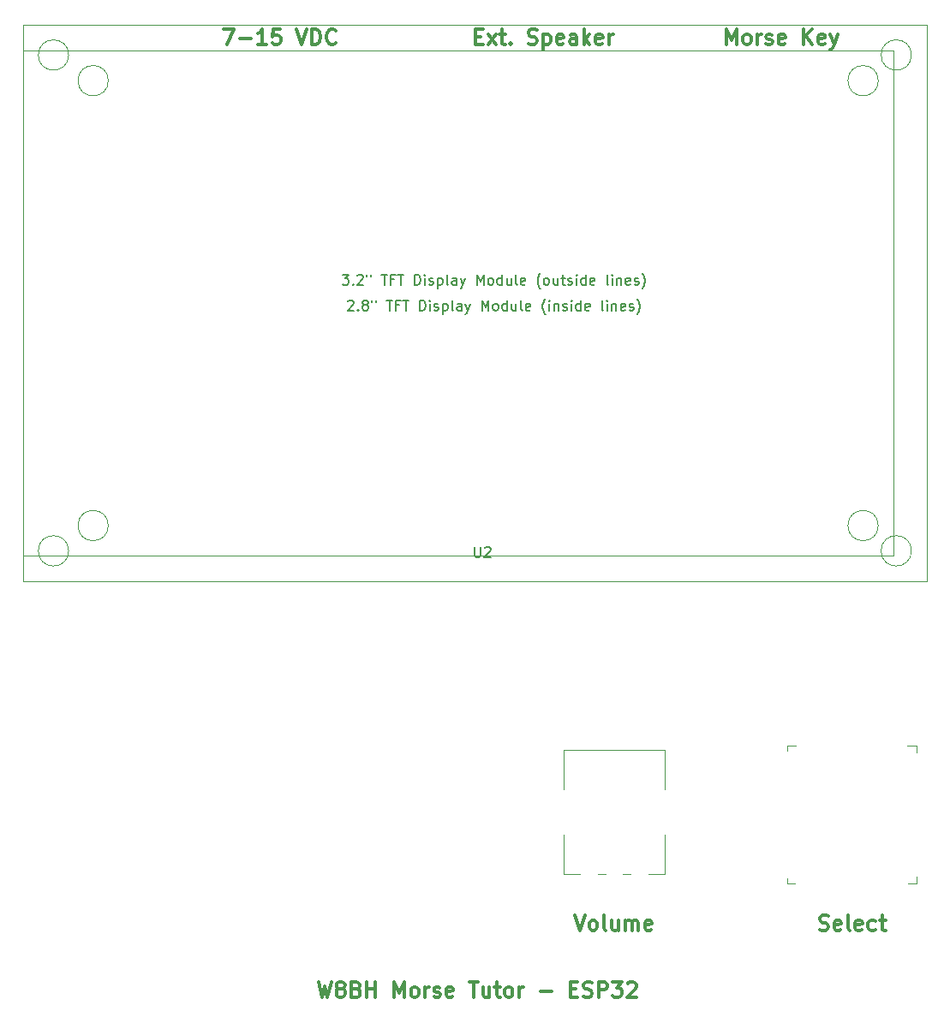
<source format=gbr>
G04 #@! TF.GenerationSoftware,KiCad,Pcbnew,(5.1.4)-1*
G04 #@! TF.CreationDate,2019-11-03T17:56:11-05:00*
G04 #@! TF.ProjectId,MorseTutor4,4d6f7273-6554-4757-946f-72342e6b6963,rev?*
G04 #@! TF.SameCoordinates,Original*
G04 #@! TF.FileFunction,Legend,Top*
G04 #@! TF.FilePolarity,Positive*
%FSLAX46Y46*%
G04 Gerber Fmt 4.6, Leading zero omitted, Abs format (unit mm)*
G04 Created by KiCad (PCBNEW (5.1.4)-1) date 2019-11-03 17:56:11*
%MOMM*%
%LPD*%
G04 APERTURE LIST*
%ADD10C,0.300000*%
%ADD11C,0.100000*%
%ADD12C,0.120000*%
%ADD13C,0.150000*%
G04 APERTURE END LIST*
D10*
X54908571Y-30448571D02*
X55908571Y-30448571D01*
X55265714Y-31948571D01*
X56480000Y-31377142D02*
X57622857Y-31377142D01*
X59122857Y-31948571D02*
X58265714Y-31948571D01*
X58694285Y-31948571D02*
X58694285Y-30448571D01*
X58551428Y-30662857D01*
X58408571Y-30805714D01*
X58265714Y-30877142D01*
X60480000Y-30448571D02*
X59765714Y-30448571D01*
X59694285Y-31162857D01*
X59765714Y-31091428D01*
X59908571Y-31020000D01*
X60265714Y-31020000D01*
X60408571Y-31091428D01*
X60480000Y-31162857D01*
X60551428Y-31305714D01*
X60551428Y-31662857D01*
X60480000Y-31805714D01*
X60408571Y-31877142D01*
X60265714Y-31948571D01*
X59908571Y-31948571D01*
X59765714Y-31877142D01*
X59694285Y-31805714D01*
X62122857Y-30448571D02*
X62622857Y-31948571D01*
X63122857Y-30448571D01*
X63622857Y-31948571D02*
X63622857Y-30448571D01*
X63980000Y-30448571D01*
X64194285Y-30520000D01*
X64337142Y-30662857D01*
X64408571Y-30805714D01*
X64480000Y-31091428D01*
X64480000Y-31305714D01*
X64408571Y-31591428D01*
X64337142Y-31734285D01*
X64194285Y-31877142D01*
X63980000Y-31948571D01*
X63622857Y-31948571D01*
X65980000Y-31805714D02*
X65908571Y-31877142D01*
X65694285Y-31948571D01*
X65551428Y-31948571D01*
X65337142Y-31877142D01*
X65194285Y-31734285D01*
X65122857Y-31591428D01*
X65051428Y-31305714D01*
X65051428Y-31091428D01*
X65122857Y-30805714D01*
X65194285Y-30662857D01*
X65337142Y-30520000D01*
X65551428Y-30448571D01*
X65694285Y-30448571D01*
X65908571Y-30520000D01*
X65980000Y-30591428D01*
X104581428Y-31948571D02*
X104581428Y-30448571D01*
X105081428Y-31520000D01*
X105581428Y-30448571D01*
X105581428Y-31948571D01*
X106510000Y-31948571D02*
X106367142Y-31877142D01*
X106295714Y-31805714D01*
X106224285Y-31662857D01*
X106224285Y-31234285D01*
X106295714Y-31091428D01*
X106367142Y-31020000D01*
X106510000Y-30948571D01*
X106724285Y-30948571D01*
X106867142Y-31020000D01*
X106938571Y-31091428D01*
X107010000Y-31234285D01*
X107010000Y-31662857D01*
X106938571Y-31805714D01*
X106867142Y-31877142D01*
X106724285Y-31948571D01*
X106510000Y-31948571D01*
X107652857Y-31948571D02*
X107652857Y-30948571D01*
X107652857Y-31234285D02*
X107724285Y-31091428D01*
X107795714Y-31020000D01*
X107938571Y-30948571D01*
X108081428Y-30948571D01*
X108510000Y-31877142D02*
X108652857Y-31948571D01*
X108938571Y-31948571D01*
X109081428Y-31877142D01*
X109152857Y-31734285D01*
X109152857Y-31662857D01*
X109081428Y-31520000D01*
X108938571Y-31448571D01*
X108724285Y-31448571D01*
X108581428Y-31377142D01*
X108510000Y-31234285D01*
X108510000Y-31162857D01*
X108581428Y-31020000D01*
X108724285Y-30948571D01*
X108938571Y-30948571D01*
X109081428Y-31020000D01*
X110367142Y-31877142D02*
X110224285Y-31948571D01*
X109938571Y-31948571D01*
X109795714Y-31877142D01*
X109724285Y-31734285D01*
X109724285Y-31162857D01*
X109795714Y-31020000D01*
X109938571Y-30948571D01*
X110224285Y-30948571D01*
X110367142Y-31020000D01*
X110438571Y-31162857D01*
X110438571Y-31305714D01*
X109724285Y-31448571D01*
X112224285Y-31948571D02*
X112224285Y-30448571D01*
X113081428Y-31948571D02*
X112438571Y-31091428D01*
X113081428Y-30448571D02*
X112224285Y-31305714D01*
X114295714Y-31877142D02*
X114152857Y-31948571D01*
X113867142Y-31948571D01*
X113724285Y-31877142D01*
X113652857Y-31734285D01*
X113652857Y-31162857D01*
X113724285Y-31020000D01*
X113867142Y-30948571D01*
X114152857Y-30948571D01*
X114295714Y-31020000D01*
X114367142Y-31162857D01*
X114367142Y-31305714D01*
X113652857Y-31448571D01*
X114867142Y-30948571D02*
X115224285Y-31948571D01*
X115581428Y-30948571D02*
X115224285Y-31948571D01*
X115081428Y-32305714D01*
X115010000Y-32377142D01*
X114867142Y-32448571D01*
X79800714Y-31162857D02*
X80300714Y-31162857D01*
X80515000Y-31948571D02*
X79800714Y-31948571D01*
X79800714Y-30448571D01*
X80515000Y-30448571D01*
X81015000Y-31948571D02*
X81800714Y-30948571D01*
X81015000Y-30948571D02*
X81800714Y-31948571D01*
X82157857Y-30948571D02*
X82729285Y-30948571D01*
X82372142Y-30448571D02*
X82372142Y-31734285D01*
X82443571Y-31877142D01*
X82586428Y-31948571D01*
X82729285Y-31948571D01*
X83229285Y-31805714D02*
X83300714Y-31877142D01*
X83229285Y-31948571D01*
X83157857Y-31877142D01*
X83229285Y-31805714D01*
X83229285Y-31948571D01*
X85015000Y-31877142D02*
X85229285Y-31948571D01*
X85586428Y-31948571D01*
X85729285Y-31877142D01*
X85800714Y-31805714D01*
X85872142Y-31662857D01*
X85872142Y-31520000D01*
X85800714Y-31377142D01*
X85729285Y-31305714D01*
X85586428Y-31234285D01*
X85300714Y-31162857D01*
X85157857Y-31091428D01*
X85086428Y-31020000D01*
X85015000Y-30877142D01*
X85015000Y-30734285D01*
X85086428Y-30591428D01*
X85157857Y-30520000D01*
X85300714Y-30448571D01*
X85657857Y-30448571D01*
X85872142Y-30520000D01*
X86515000Y-30948571D02*
X86515000Y-32448571D01*
X86515000Y-31020000D02*
X86657857Y-30948571D01*
X86943571Y-30948571D01*
X87086428Y-31020000D01*
X87157857Y-31091428D01*
X87229285Y-31234285D01*
X87229285Y-31662857D01*
X87157857Y-31805714D01*
X87086428Y-31877142D01*
X86943571Y-31948571D01*
X86657857Y-31948571D01*
X86515000Y-31877142D01*
X88443571Y-31877142D02*
X88300714Y-31948571D01*
X88015000Y-31948571D01*
X87872142Y-31877142D01*
X87800714Y-31734285D01*
X87800714Y-31162857D01*
X87872142Y-31020000D01*
X88015000Y-30948571D01*
X88300714Y-30948571D01*
X88443571Y-31020000D01*
X88515000Y-31162857D01*
X88515000Y-31305714D01*
X87800714Y-31448571D01*
X89800714Y-31948571D02*
X89800714Y-31162857D01*
X89729285Y-31020000D01*
X89586428Y-30948571D01*
X89300714Y-30948571D01*
X89157857Y-31020000D01*
X89800714Y-31877142D02*
X89657857Y-31948571D01*
X89300714Y-31948571D01*
X89157857Y-31877142D01*
X89086428Y-31734285D01*
X89086428Y-31591428D01*
X89157857Y-31448571D01*
X89300714Y-31377142D01*
X89657857Y-31377142D01*
X89800714Y-31305714D01*
X90515000Y-31948571D02*
X90515000Y-30448571D01*
X90657857Y-31377142D02*
X91086428Y-31948571D01*
X91086428Y-30948571D02*
X90515000Y-31520000D01*
X92300714Y-31877142D02*
X92157857Y-31948571D01*
X91872142Y-31948571D01*
X91729285Y-31877142D01*
X91657857Y-31734285D01*
X91657857Y-31162857D01*
X91729285Y-31020000D01*
X91872142Y-30948571D01*
X92157857Y-30948571D01*
X92300714Y-31020000D01*
X92372142Y-31162857D01*
X92372142Y-31305714D01*
X91657857Y-31448571D01*
X93015000Y-31948571D02*
X93015000Y-30948571D01*
X93015000Y-31234285D02*
X93086428Y-31091428D01*
X93157857Y-31020000D01*
X93300714Y-30948571D01*
X93443571Y-30948571D01*
X64250000Y-124678571D02*
X64607142Y-126178571D01*
X64892857Y-125107142D01*
X65178571Y-126178571D01*
X65535714Y-124678571D01*
X66321428Y-125321428D02*
X66178571Y-125250000D01*
X66107142Y-125178571D01*
X66035714Y-125035714D01*
X66035714Y-124964285D01*
X66107142Y-124821428D01*
X66178571Y-124750000D01*
X66321428Y-124678571D01*
X66607142Y-124678571D01*
X66750000Y-124750000D01*
X66821428Y-124821428D01*
X66892857Y-124964285D01*
X66892857Y-125035714D01*
X66821428Y-125178571D01*
X66750000Y-125250000D01*
X66607142Y-125321428D01*
X66321428Y-125321428D01*
X66178571Y-125392857D01*
X66107142Y-125464285D01*
X66035714Y-125607142D01*
X66035714Y-125892857D01*
X66107142Y-126035714D01*
X66178571Y-126107142D01*
X66321428Y-126178571D01*
X66607142Y-126178571D01*
X66750000Y-126107142D01*
X66821428Y-126035714D01*
X66892857Y-125892857D01*
X66892857Y-125607142D01*
X66821428Y-125464285D01*
X66750000Y-125392857D01*
X66607142Y-125321428D01*
X68035714Y-125392857D02*
X68250000Y-125464285D01*
X68321428Y-125535714D01*
X68392857Y-125678571D01*
X68392857Y-125892857D01*
X68321428Y-126035714D01*
X68250000Y-126107142D01*
X68107142Y-126178571D01*
X67535714Y-126178571D01*
X67535714Y-124678571D01*
X68035714Y-124678571D01*
X68178571Y-124750000D01*
X68250000Y-124821428D01*
X68321428Y-124964285D01*
X68321428Y-125107142D01*
X68250000Y-125250000D01*
X68178571Y-125321428D01*
X68035714Y-125392857D01*
X67535714Y-125392857D01*
X69035714Y-126178571D02*
X69035714Y-124678571D01*
X69035714Y-125392857D02*
X69892857Y-125392857D01*
X69892857Y-126178571D02*
X69892857Y-124678571D01*
X71750000Y-126178571D02*
X71750000Y-124678571D01*
X72250000Y-125750000D01*
X72750000Y-124678571D01*
X72750000Y-126178571D01*
X73678571Y-126178571D02*
X73535714Y-126107142D01*
X73464285Y-126035714D01*
X73392857Y-125892857D01*
X73392857Y-125464285D01*
X73464285Y-125321428D01*
X73535714Y-125250000D01*
X73678571Y-125178571D01*
X73892857Y-125178571D01*
X74035714Y-125250000D01*
X74107142Y-125321428D01*
X74178571Y-125464285D01*
X74178571Y-125892857D01*
X74107142Y-126035714D01*
X74035714Y-126107142D01*
X73892857Y-126178571D01*
X73678571Y-126178571D01*
X74821428Y-126178571D02*
X74821428Y-125178571D01*
X74821428Y-125464285D02*
X74892857Y-125321428D01*
X74964285Y-125250000D01*
X75107142Y-125178571D01*
X75250000Y-125178571D01*
X75678571Y-126107142D02*
X75821428Y-126178571D01*
X76107142Y-126178571D01*
X76250000Y-126107142D01*
X76321428Y-125964285D01*
X76321428Y-125892857D01*
X76250000Y-125750000D01*
X76107142Y-125678571D01*
X75892857Y-125678571D01*
X75750000Y-125607142D01*
X75678571Y-125464285D01*
X75678571Y-125392857D01*
X75750000Y-125250000D01*
X75892857Y-125178571D01*
X76107142Y-125178571D01*
X76250000Y-125250000D01*
X77535714Y-126107142D02*
X77392857Y-126178571D01*
X77107142Y-126178571D01*
X76964285Y-126107142D01*
X76892857Y-125964285D01*
X76892857Y-125392857D01*
X76964285Y-125250000D01*
X77107142Y-125178571D01*
X77392857Y-125178571D01*
X77535714Y-125250000D01*
X77607142Y-125392857D01*
X77607142Y-125535714D01*
X76892857Y-125678571D01*
X79178571Y-124678571D02*
X80035714Y-124678571D01*
X79607142Y-126178571D02*
X79607142Y-124678571D01*
X81178571Y-125178571D02*
X81178571Y-126178571D01*
X80535714Y-125178571D02*
X80535714Y-125964285D01*
X80607142Y-126107142D01*
X80750000Y-126178571D01*
X80964285Y-126178571D01*
X81107142Y-126107142D01*
X81178571Y-126035714D01*
X81678571Y-125178571D02*
X82250000Y-125178571D01*
X81892857Y-124678571D02*
X81892857Y-125964285D01*
X81964285Y-126107142D01*
X82107142Y-126178571D01*
X82250000Y-126178571D01*
X82964285Y-126178571D02*
X82821428Y-126107142D01*
X82750000Y-126035714D01*
X82678571Y-125892857D01*
X82678571Y-125464285D01*
X82750000Y-125321428D01*
X82821428Y-125250000D01*
X82964285Y-125178571D01*
X83178571Y-125178571D01*
X83321428Y-125250000D01*
X83392857Y-125321428D01*
X83464285Y-125464285D01*
X83464285Y-125892857D01*
X83392857Y-126035714D01*
X83321428Y-126107142D01*
X83178571Y-126178571D01*
X82964285Y-126178571D01*
X84107142Y-126178571D02*
X84107142Y-125178571D01*
X84107142Y-125464285D02*
X84178571Y-125321428D01*
X84250000Y-125250000D01*
X84392857Y-125178571D01*
X84535714Y-125178571D01*
X86178571Y-125607142D02*
X87321428Y-125607142D01*
X89178571Y-125392857D02*
X89678571Y-125392857D01*
X89892857Y-126178571D02*
X89178571Y-126178571D01*
X89178571Y-124678571D01*
X89892857Y-124678571D01*
X90464285Y-126107142D02*
X90678571Y-126178571D01*
X91035714Y-126178571D01*
X91178571Y-126107142D01*
X91250000Y-126035714D01*
X91321428Y-125892857D01*
X91321428Y-125750000D01*
X91250000Y-125607142D01*
X91178571Y-125535714D01*
X91035714Y-125464285D01*
X90750000Y-125392857D01*
X90607142Y-125321428D01*
X90535714Y-125250000D01*
X90464285Y-125107142D01*
X90464285Y-124964285D01*
X90535714Y-124821428D01*
X90607142Y-124750000D01*
X90750000Y-124678571D01*
X91107142Y-124678571D01*
X91321428Y-124750000D01*
X91964285Y-126178571D02*
X91964285Y-124678571D01*
X92535714Y-124678571D01*
X92678571Y-124750000D01*
X92750000Y-124821428D01*
X92821428Y-124964285D01*
X92821428Y-125178571D01*
X92750000Y-125321428D01*
X92678571Y-125392857D01*
X92535714Y-125464285D01*
X91964285Y-125464285D01*
X93321428Y-124678571D02*
X94250000Y-124678571D01*
X93750000Y-125250000D01*
X93964285Y-125250000D01*
X94107142Y-125321428D01*
X94178571Y-125392857D01*
X94250000Y-125535714D01*
X94250000Y-125892857D01*
X94178571Y-126035714D01*
X94107142Y-126107142D01*
X93964285Y-126178571D01*
X93535714Y-126178571D01*
X93392857Y-126107142D01*
X93321428Y-126035714D01*
X94821428Y-124821428D02*
X94892857Y-124750000D01*
X95035714Y-124678571D01*
X95392857Y-124678571D01*
X95535714Y-124750000D01*
X95607142Y-124821428D01*
X95678571Y-124964285D01*
X95678571Y-125107142D01*
X95607142Y-125321428D01*
X94750000Y-126178571D01*
X95678571Y-126178571D01*
D11*
X119600000Y-35540000D02*
G75*
G03X119600000Y-35540000I-1500000J0D01*
G01*
X43500000Y-35540000D02*
G75*
G03X43500000Y-35540000I-1500000J0D01*
G01*
X35080000Y-32540000D02*
X121080000Y-32540000D01*
X43500000Y-79540000D02*
G75*
G03X43500000Y-79540000I-1500000J0D01*
G01*
X35080000Y-82540000D02*
X35080000Y-32540000D01*
X119600000Y-79540000D02*
G75*
G03X119600000Y-79540000I-1500000J0D01*
G01*
X121080000Y-32540000D02*
X121080000Y-82540000D01*
X121080000Y-82540000D02*
X35080000Y-82540000D01*
X35080000Y-30000000D02*
X124380000Y-30000000D01*
X124380000Y-30000000D02*
X124380000Y-85040000D01*
X122880000Y-82040000D02*
G75*
G03X122880000Y-82040000I-1500000J0D01*
G01*
X122880000Y-33000000D02*
G75*
G03X122880000Y-33000000I-1500000J0D01*
G01*
X39580000Y-82040000D02*
G75*
G03X39580000Y-82040000I-1500000J0D01*
G01*
X35080000Y-85040000D02*
X35080000Y-30000000D01*
X124380000Y-85040000D02*
X35080000Y-85040000D01*
X39580000Y-33000000D02*
G75*
G03X39580000Y-33000000I-1500000J0D01*
G01*
D12*
X88530000Y-113990000D02*
X88530000Y-110125000D01*
X88530000Y-105615000D02*
X88530000Y-101750000D01*
X98470000Y-113990000D02*
X98470000Y-110125000D01*
X98470000Y-105615000D02*
X98470000Y-101750000D01*
X88530000Y-113990000D02*
X90129000Y-113990000D01*
X91871000Y-113990000D02*
X92630000Y-113990000D01*
X94371000Y-113990000D02*
X95130000Y-113990000D01*
X96870000Y-113990000D02*
X98470000Y-113990000D01*
X88530000Y-101750000D02*
X98470000Y-101750000D01*
D11*
X122435000Y-101280000D02*
X123385000Y-101280000D01*
X123385000Y-101280000D02*
X123385000Y-101955000D01*
X122535000Y-114930000D02*
X123385000Y-114930000D01*
X123385000Y-114930000D02*
X123385000Y-114255000D01*
X110635000Y-101855000D02*
X110635000Y-101280000D01*
X110635000Y-101280000D02*
X111435000Y-101280000D01*
X111335000Y-114930000D02*
X110635000Y-114930000D01*
X110635000Y-114930000D02*
X110635000Y-114430000D01*
D13*
X79718095Y-81652380D02*
X79718095Y-82461904D01*
X79765714Y-82557142D01*
X79813333Y-82604761D01*
X79908571Y-82652380D01*
X80099047Y-82652380D01*
X80194285Y-82604761D01*
X80241904Y-82557142D01*
X80289523Y-82461904D01*
X80289523Y-81652380D01*
X80718095Y-81747619D02*
X80765714Y-81700000D01*
X80860952Y-81652380D01*
X81099047Y-81652380D01*
X81194285Y-81700000D01*
X81241904Y-81747619D01*
X81289523Y-81842857D01*
X81289523Y-81938095D01*
X81241904Y-82080952D01*
X80670476Y-82652380D01*
X81289523Y-82652380D01*
X67186619Y-57360619D02*
X67234238Y-57313000D01*
X67329476Y-57265380D01*
X67567571Y-57265380D01*
X67662809Y-57313000D01*
X67710428Y-57360619D01*
X67758047Y-57455857D01*
X67758047Y-57551095D01*
X67710428Y-57693952D01*
X67139000Y-58265380D01*
X67758047Y-58265380D01*
X68186619Y-58170142D02*
X68234238Y-58217761D01*
X68186619Y-58265380D01*
X68139000Y-58217761D01*
X68186619Y-58170142D01*
X68186619Y-58265380D01*
X68805666Y-57693952D02*
X68710428Y-57646333D01*
X68662809Y-57598714D01*
X68615190Y-57503476D01*
X68615190Y-57455857D01*
X68662809Y-57360619D01*
X68710428Y-57313000D01*
X68805666Y-57265380D01*
X68996142Y-57265380D01*
X69091380Y-57313000D01*
X69139000Y-57360619D01*
X69186619Y-57455857D01*
X69186619Y-57503476D01*
X69139000Y-57598714D01*
X69091380Y-57646333D01*
X68996142Y-57693952D01*
X68805666Y-57693952D01*
X68710428Y-57741571D01*
X68662809Y-57789190D01*
X68615190Y-57884428D01*
X68615190Y-58074904D01*
X68662809Y-58170142D01*
X68710428Y-58217761D01*
X68805666Y-58265380D01*
X68996142Y-58265380D01*
X69091380Y-58217761D01*
X69139000Y-58170142D01*
X69186619Y-58074904D01*
X69186619Y-57884428D01*
X69139000Y-57789190D01*
X69091380Y-57741571D01*
X68996142Y-57693952D01*
X69567571Y-57265380D02*
X69567571Y-57455857D01*
X69948523Y-57265380D02*
X69948523Y-57455857D01*
X70996142Y-57265380D02*
X71567571Y-57265380D01*
X71281857Y-58265380D02*
X71281857Y-57265380D01*
X72234238Y-57741571D02*
X71900904Y-57741571D01*
X71900904Y-58265380D02*
X71900904Y-57265380D01*
X72377095Y-57265380D01*
X72615190Y-57265380D02*
X73186619Y-57265380D01*
X72900904Y-58265380D02*
X72900904Y-57265380D01*
X74281857Y-58265380D02*
X74281857Y-57265380D01*
X74519952Y-57265380D01*
X74662809Y-57313000D01*
X74758047Y-57408238D01*
X74805666Y-57503476D01*
X74853285Y-57693952D01*
X74853285Y-57836809D01*
X74805666Y-58027285D01*
X74758047Y-58122523D01*
X74662809Y-58217761D01*
X74519952Y-58265380D01*
X74281857Y-58265380D01*
X75281857Y-58265380D02*
X75281857Y-57598714D01*
X75281857Y-57265380D02*
X75234238Y-57313000D01*
X75281857Y-57360619D01*
X75329476Y-57313000D01*
X75281857Y-57265380D01*
X75281857Y-57360619D01*
X75710428Y-58217761D02*
X75805666Y-58265380D01*
X75996142Y-58265380D01*
X76091380Y-58217761D01*
X76139000Y-58122523D01*
X76139000Y-58074904D01*
X76091380Y-57979666D01*
X75996142Y-57932047D01*
X75853285Y-57932047D01*
X75758047Y-57884428D01*
X75710428Y-57789190D01*
X75710428Y-57741571D01*
X75758047Y-57646333D01*
X75853285Y-57598714D01*
X75996142Y-57598714D01*
X76091380Y-57646333D01*
X76567571Y-57598714D02*
X76567571Y-58598714D01*
X76567571Y-57646333D02*
X76662809Y-57598714D01*
X76853285Y-57598714D01*
X76948523Y-57646333D01*
X76996142Y-57693952D01*
X77043761Y-57789190D01*
X77043761Y-58074904D01*
X76996142Y-58170142D01*
X76948523Y-58217761D01*
X76853285Y-58265380D01*
X76662809Y-58265380D01*
X76567571Y-58217761D01*
X77615190Y-58265380D02*
X77519952Y-58217761D01*
X77472333Y-58122523D01*
X77472333Y-57265380D01*
X78424714Y-58265380D02*
X78424714Y-57741571D01*
X78377095Y-57646333D01*
X78281857Y-57598714D01*
X78091380Y-57598714D01*
X77996142Y-57646333D01*
X78424714Y-58217761D02*
X78329476Y-58265380D01*
X78091380Y-58265380D01*
X77996142Y-58217761D01*
X77948523Y-58122523D01*
X77948523Y-58027285D01*
X77996142Y-57932047D01*
X78091380Y-57884428D01*
X78329476Y-57884428D01*
X78424714Y-57836809D01*
X78805666Y-57598714D02*
X79043761Y-58265380D01*
X79281857Y-57598714D02*
X79043761Y-58265380D01*
X78948523Y-58503476D01*
X78900904Y-58551095D01*
X78805666Y-58598714D01*
X80424714Y-58265380D02*
X80424714Y-57265380D01*
X80758047Y-57979666D01*
X81091380Y-57265380D01*
X81091380Y-58265380D01*
X81710428Y-58265380D02*
X81615190Y-58217761D01*
X81567571Y-58170142D01*
X81519952Y-58074904D01*
X81519952Y-57789190D01*
X81567571Y-57693952D01*
X81615190Y-57646333D01*
X81710428Y-57598714D01*
X81853285Y-57598714D01*
X81948523Y-57646333D01*
X81996142Y-57693952D01*
X82043761Y-57789190D01*
X82043761Y-58074904D01*
X81996142Y-58170142D01*
X81948523Y-58217761D01*
X81853285Y-58265380D01*
X81710428Y-58265380D01*
X82900904Y-58265380D02*
X82900904Y-57265380D01*
X82900904Y-58217761D02*
X82805666Y-58265380D01*
X82615190Y-58265380D01*
X82519952Y-58217761D01*
X82472333Y-58170142D01*
X82424714Y-58074904D01*
X82424714Y-57789190D01*
X82472333Y-57693952D01*
X82519952Y-57646333D01*
X82615190Y-57598714D01*
X82805666Y-57598714D01*
X82900904Y-57646333D01*
X83805666Y-57598714D02*
X83805666Y-58265380D01*
X83377095Y-57598714D02*
X83377095Y-58122523D01*
X83424714Y-58217761D01*
X83519952Y-58265380D01*
X83662809Y-58265380D01*
X83758047Y-58217761D01*
X83805666Y-58170142D01*
X84424714Y-58265380D02*
X84329476Y-58217761D01*
X84281857Y-58122523D01*
X84281857Y-57265380D01*
X85186619Y-58217761D02*
X85091380Y-58265380D01*
X84900904Y-58265380D01*
X84805666Y-58217761D01*
X84758047Y-58122523D01*
X84758047Y-57741571D01*
X84805666Y-57646333D01*
X84900904Y-57598714D01*
X85091380Y-57598714D01*
X85186619Y-57646333D01*
X85234238Y-57741571D01*
X85234238Y-57836809D01*
X84758047Y-57932047D01*
X86710428Y-58646333D02*
X86662809Y-58598714D01*
X86567571Y-58455857D01*
X86519952Y-58360619D01*
X86472333Y-58217761D01*
X86424714Y-57979666D01*
X86424714Y-57789190D01*
X86472333Y-57551095D01*
X86519952Y-57408238D01*
X86567571Y-57313000D01*
X86662809Y-57170142D01*
X86710428Y-57122523D01*
X87091380Y-58265380D02*
X87091380Y-57598714D01*
X87091380Y-57265380D02*
X87043761Y-57313000D01*
X87091380Y-57360619D01*
X87139000Y-57313000D01*
X87091380Y-57265380D01*
X87091380Y-57360619D01*
X87567571Y-57598714D02*
X87567571Y-58265380D01*
X87567571Y-57693952D02*
X87615190Y-57646333D01*
X87710428Y-57598714D01*
X87853285Y-57598714D01*
X87948523Y-57646333D01*
X87996142Y-57741571D01*
X87996142Y-58265380D01*
X88424714Y-58217761D02*
X88519952Y-58265380D01*
X88710428Y-58265380D01*
X88805666Y-58217761D01*
X88853285Y-58122523D01*
X88853285Y-58074904D01*
X88805666Y-57979666D01*
X88710428Y-57932047D01*
X88567571Y-57932047D01*
X88472333Y-57884428D01*
X88424714Y-57789190D01*
X88424714Y-57741571D01*
X88472333Y-57646333D01*
X88567571Y-57598714D01*
X88710428Y-57598714D01*
X88805666Y-57646333D01*
X89281857Y-58265380D02*
X89281857Y-57598714D01*
X89281857Y-57265380D02*
X89234238Y-57313000D01*
X89281857Y-57360619D01*
X89329476Y-57313000D01*
X89281857Y-57265380D01*
X89281857Y-57360619D01*
X90186619Y-58265380D02*
X90186619Y-57265380D01*
X90186619Y-58217761D02*
X90091380Y-58265380D01*
X89900904Y-58265380D01*
X89805666Y-58217761D01*
X89758047Y-58170142D01*
X89710428Y-58074904D01*
X89710428Y-57789190D01*
X89758047Y-57693952D01*
X89805666Y-57646333D01*
X89900904Y-57598714D01*
X90091380Y-57598714D01*
X90186619Y-57646333D01*
X91043761Y-58217761D02*
X90948523Y-58265380D01*
X90758047Y-58265380D01*
X90662809Y-58217761D01*
X90615190Y-58122523D01*
X90615190Y-57741571D01*
X90662809Y-57646333D01*
X90758047Y-57598714D01*
X90948523Y-57598714D01*
X91043761Y-57646333D01*
X91091380Y-57741571D01*
X91091380Y-57836809D01*
X90615190Y-57932047D01*
X92424714Y-58265380D02*
X92329476Y-58217761D01*
X92281857Y-58122523D01*
X92281857Y-57265380D01*
X92805666Y-58265380D02*
X92805666Y-57598714D01*
X92805666Y-57265380D02*
X92758047Y-57313000D01*
X92805666Y-57360619D01*
X92853285Y-57313000D01*
X92805666Y-57265380D01*
X92805666Y-57360619D01*
X93281857Y-57598714D02*
X93281857Y-58265380D01*
X93281857Y-57693952D02*
X93329476Y-57646333D01*
X93424714Y-57598714D01*
X93567571Y-57598714D01*
X93662809Y-57646333D01*
X93710428Y-57741571D01*
X93710428Y-58265380D01*
X94567571Y-58217761D02*
X94472333Y-58265380D01*
X94281857Y-58265380D01*
X94186619Y-58217761D01*
X94139000Y-58122523D01*
X94139000Y-57741571D01*
X94186619Y-57646333D01*
X94281857Y-57598714D01*
X94472333Y-57598714D01*
X94567571Y-57646333D01*
X94615190Y-57741571D01*
X94615190Y-57836809D01*
X94139000Y-57932047D01*
X94996142Y-58217761D02*
X95091380Y-58265380D01*
X95281857Y-58265380D01*
X95377095Y-58217761D01*
X95424714Y-58122523D01*
X95424714Y-58074904D01*
X95377095Y-57979666D01*
X95281857Y-57932047D01*
X95139000Y-57932047D01*
X95043761Y-57884428D01*
X94996142Y-57789190D01*
X94996142Y-57741571D01*
X95043761Y-57646333D01*
X95139000Y-57598714D01*
X95281857Y-57598714D01*
X95377095Y-57646333D01*
X95758047Y-58646333D02*
X95805666Y-58598714D01*
X95900904Y-58455857D01*
X95948523Y-58360619D01*
X95996142Y-58217761D01*
X96043761Y-57979666D01*
X96043761Y-57789190D01*
X95996142Y-57551095D01*
X95948523Y-57408238D01*
X95900904Y-57313000D01*
X95805666Y-57170142D01*
X95758047Y-57122523D01*
X66638999Y-54725380D02*
X67258047Y-54725380D01*
X66924714Y-55106333D01*
X67067571Y-55106333D01*
X67162809Y-55153952D01*
X67210428Y-55201571D01*
X67258047Y-55296809D01*
X67258047Y-55534904D01*
X67210428Y-55630142D01*
X67162809Y-55677761D01*
X67067571Y-55725380D01*
X66781857Y-55725380D01*
X66686619Y-55677761D01*
X66638999Y-55630142D01*
X67686619Y-55630142D02*
X67734238Y-55677761D01*
X67686619Y-55725380D01*
X67639000Y-55677761D01*
X67686619Y-55630142D01*
X67686619Y-55725380D01*
X68115190Y-54820619D02*
X68162809Y-54773000D01*
X68258047Y-54725380D01*
X68496142Y-54725380D01*
X68591380Y-54773000D01*
X68639000Y-54820619D01*
X68686619Y-54915857D01*
X68686619Y-55011095D01*
X68639000Y-55153952D01*
X68067571Y-55725380D01*
X68686619Y-55725380D01*
X69067571Y-54725380D02*
X69067571Y-54915857D01*
X69448523Y-54725380D02*
X69448523Y-54915857D01*
X70496142Y-54725380D02*
X71067571Y-54725380D01*
X70781857Y-55725380D02*
X70781857Y-54725380D01*
X71734238Y-55201571D02*
X71400904Y-55201571D01*
X71400904Y-55725380D02*
X71400904Y-54725380D01*
X71877095Y-54725380D01*
X72115190Y-54725380D02*
X72686619Y-54725380D01*
X72400904Y-55725380D02*
X72400904Y-54725380D01*
X73781857Y-55725380D02*
X73781857Y-54725380D01*
X74019952Y-54725380D01*
X74162809Y-54773000D01*
X74258047Y-54868238D01*
X74305666Y-54963476D01*
X74353285Y-55153952D01*
X74353285Y-55296809D01*
X74305666Y-55487285D01*
X74258047Y-55582523D01*
X74162809Y-55677761D01*
X74019952Y-55725380D01*
X73781857Y-55725380D01*
X74781857Y-55725380D02*
X74781857Y-55058714D01*
X74781857Y-54725380D02*
X74734238Y-54773000D01*
X74781857Y-54820619D01*
X74829476Y-54773000D01*
X74781857Y-54725380D01*
X74781857Y-54820619D01*
X75210428Y-55677761D02*
X75305666Y-55725380D01*
X75496142Y-55725380D01*
X75591380Y-55677761D01*
X75639000Y-55582523D01*
X75639000Y-55534904D01*
X75591380Y-55439666D01*
X75496142Y-55392047D01*
X75353285Y-55392047D01*
X75258047Y-55344428D01*
X75210428Y-55249190D01*
X75210428Y-55201571D01*
X75258047Y-55106333D01*
X75353285Y-55058714D01*
X75496142Y-55058714D01*
X75591380Y-55106333D01*
X76067571Y-55058714D02*
X76067571Y-56058714D01*
X76067571Y-55106333D02*
X76162809Y-55058714D01*
X76353285Y-55058714D01*
X76448523Y-55106333D01*
X76496142Y-55153952D01*
X76543761Y-55249190D01*
X76543761Y-55534904D01*
X76496142Y-55630142D01*
X76448523Y-55677761D01*
X76353285Y-55725380D01*
X76162809Y-55725380D01*
X76067571Y-55677761D01*
X77115190Y-55725380D02*
X77019952Y-55677761D01*
X76972333Y-55582523D01*
X76972333Y-54725380D01*
X77924714Y-55725380D02*
X77924714Y-55201571D01*
X77877095Y-55106333D01*
X77781857Y-55058714D01*
X77591380Y-55058714D01*
X77496142Y-55106333D01*
X77924714Y-55677761D02*
X77829476Y-55725380D01*
X77591380Y-55725380D01*
X77496142Y-55677761D01*
X77448523Y-55582523D01*
X77448523Y-55487285D01*
X77496142Y-55392047D01*
X77591380Y-55344428D01*
X77829476Y-55344428D01*
X77924714Y-55296809D01*
X78305666Y-55058714D02*
X78543761Y-55725380D01*
X78781857Y-55058714D02*
X78543761Y-55725380D01*
X78448523Y-55963476D01*
X78400904Y-56011095D01*
X78305666Y-56058714D01*
X79924714Y-55725380D02*
X79924714Y-54725380D01*
X80258047Y-55439666D01*
X80591380Y-54725380D01*
X80591380Y-55725380D01*
X81210428Y-55725380D02*
X81115190Y-55677761D01*
X81067571Y-55630142D01*
X81019952Y-55534904D01*
X81019952Y-55249190D01*
X81067571Y-55153952D01*
X81115190Y-55106333D01*
X81210428Y-55058714D01*
X81353285Y-55058714D01*
X81448523Y-55106333D01*
X81496142Y-55153952D01*
X81543761Y-55249190D01*
X81543761Y-55534904D01*
X81496142Y-55630142D01*
X81448523Y-55677761D01*
X81353285Y-55725380D01*
X81210428Y-55725380D01*
X82400904Y-55725380D02*
X82400904Y-54725380D01*
X82400904Y-55677761D02*
X82305666Y-55725380D01*
X82115190Y-55725380D01*
X82019952Y-55677761D01*
X81972333Y-55630142D01*
X81924714Y-55534904D01*
X81924714Y-55249190D01*
X81972333Y-55153952D01*
X82019952Y-55106333D01*
X82115190Y-55058714D01*
X82305666Y-55058714D01*
X82400904Y-55106333D01*
X83305666Y-55058714D02*
X83305666Y-55725380D01*
X82877095Y-55058714D02*
X82877095Y-55582523D01*
X82924714Y-55677761D01*
X83019952Y-55725380D01*
X83162809Y-55725380D01*
X83258047Y-55677761D01*
X83305666Y-55630142D01*
X83924714Y-55725380D02*
X83829476Y-55677761D01*
X83781857Y-55582523D01*
X83781857Y-54725380D01*
X84686619Y-55677761D02*
X84591380Y-55725380D01*
X84400904Y-55725380D01*
X84305666Y-55677761D01*
X84258047Y-55582523D01*
X84258047Y-55201571D01*
X84305666Y-55106333D01*
X84400904Y-55058714D01*
X84591380Y-55058714D01*
X84686619Y-55106333D01*
X84734238Y-55201571D01*
X84734238Y-55296809D01*
X84258047Y-55392047D01*
X86210428Y-56106333D02*
X86162809Y-56058714D01*
X86067571Y-55915857D01*
X86019952Y-55820619D01*
X85972333Y-55677761D01*
X85924714Y-55439666D01*
X85924714Y-55249190D01*
X85972333Y-55011095D01*
X86019952Y-54868238D01*
X86067571Y-54773000D01*
X86162809Y-54630142D01*
X86210428Y-54582523D01*
X86734238Y-55725380D02*
X86639000Y-55677761D01*
X86591380Y-55630142D01*
X86543761Y-55534904D01*
X86543761Y-55249190D01*
X86591380Y-55153952D01*
X86639000Y-55106333D01*
X86734238Y-55058714D01*
X86877095Y-55058714D01*
X86972333Y-55106333D01*
X87019952Y-55153952D01*
X87067571Y-55249190D01*
X87067571Y-55534904D01*
X87019952Y-55630142D01*
X86972333Y-55677761D01*
X86877095Y-55725380D01*
X86734238Y-55725380D01*
X87924714Y-55058714D02*
X87924714Y-55725380D01*
X87496142Y-55058714D02*
X87496142Y-55582523D01*
X87543761Y-55677761D01*
X87638999Y-55725380D01*
X87781857Y-55725380D01*
X87877095Y-55677761D01*
X87924714Y-55630142D01*
X88258047Y-55058714D02*
X88638999Y-55058714D01*
X88400904Y-54725380D02*
X88400904Y-55582523D01*
X88448523Y-55677761D01*
X88543761Y-55725380D01*
X88638999Y-55725380D01*
X88924714Y-55677761D02*
X89019952Y-55725380D01*
X89210428Y-55725380D01*
X89305666Y-55677761D01*
X89353285Y-55582523D01*
X89353285Y-55534904D01*
X89305666Y-55439666D01*
X89210428Y-55392047D01*
X89067571Y-55392047D01*
X88972333Y-55344428D01*
X88924714Y-55249190D01*
X88924714Y-55201571D01*
X88972333Y-55106333D01*
X89067571Y-55058714D01*
X89210428Y-55058714D01*
X89305666Y-55106333D01*
X89781857Y-55725380D02*
X89781857Y-55058714D01*
X89781857Y-54725380D02*
X89734238Y-54773000D01*
X89781857Y-54820619D01*
X89829476Y-54773000D01*
X89781857Y-54725380D01*
X89781857Y-54820619D01*
X90686619Y-55725380D02*
X90686619Y-54725380D01*
X90686619Y-55677761D02*
X90591380Y-55725380D01*
X90400904Y-55725380D01*
X90305666Y-55677761D01*
X90258047Y-55630142D01*
X90210428Y-55534904D01*
X90210428Y-55249190D01*
X90258047Y-55153952D01*
X90305666Y-55106333D01*
X90400904Y-55058714D01*
X90591380Y-55058714D01*
X90686619Y-55106333D01*
X91543761Y-55677761D02*
X91448523Y-55725380D01*
X91258047Y-55725380D01*
X91162809Y-55677761D01*
X91115190Y-55582523D01*
X91115190Y-55201571D01*
X91162809Y-55106333D01*
X91258047Y-55058714D01*
X91448523Y-55058714D01*
X91543761Y-55106333D01*
X91591380Y-55201571D01*
X91591380Y-55296809D01*
X91115190Y-55392047D01*
X92924714Y-55725380D02*
X92829476Y-55677761D01*
X92781857Y-55582523D01*
X92781857Y-54725380D01*
X93305666Y-55725380D02*
X93305666Y-55058714D01*
X93305666Y-54725380D02*
X93258047Y-54773000D01*
X93305666Y-54820619D01*
X93353285Y-54773000D01*
X93305666Y-54725380D01*
X93305666Y-54820619D01*
X93781857Y-55058714D02*
X93781857Y-55725380D01*
X93781857Y-55153952D02*
X93829476Y-55106333D01*
X93924714Y-55058714D01*
X94067571Y-55058714D01*
X94162809Y-55106333D01*
X94210428Y-55201571D01*
X94210428Y-55725380D01*
X95067571Y-55677761D02*
X94972333Y-55725380D01*
X94781857Y-55725380D01*
X94686619Y-55677761D01*
X94638999Y-55582523D01*
X94638999Y-55201571D01*
X94686619Y-55106333D01*
X94781857Y-55058714D01*
X94972333Y-55058714D01*
X95067571Y-55106333D01*
X95115190Y-55201571D01*
X95115190Y-55296809D01*
X94638999Y-55392047D01*
X95496142Y-55677761D02*
X95591380Y-55725380D01*
X95781857Y-55725380D01*
X95877095Y-55677761D01*
X95924714Y-55582523D01*
X95924714Y-55534904D01*
X95877095Y-55439666D01*
X95781857Y-55392047D01*
X95638999Y-55392047D01*
X95543761Y-55344428D01*
X95496142Y-55249190D01*
X95496142Y-55201571D01*
X95543761Y-55106333D01*
X95638999Y-55058714D01*
X95781857Y-55058714D01*
X95877095Y-55106333D01*
X96258047Y-56106333D02*
X96305666Y-56058714D01*
X96400904Y-55915857D01*
X96448523Y-55820619D01*
X96496142Y-55677761D01*
X96543761Y-55439666D01*
X96543761Y-55249190D01*
X96496142Y-55011095D01*
X96448523Y-54868238D01*
X96400904Y-54773000D01*
X96305666Y-54630142D01*
X96258047Y-54582523D01*
D10*
X89607142Y-118078571D02*
X90107142Y-119578571D01*
X90607142Y-118078571D01*
X91321428Y-119578571D02*
X91178571Y-119507142D01*
X91107142Y-119435714D01*
X91035714Y-119292857D01*
X91035714Y-118864285D01*
X91107142Y-118721428D01*
X91178571Y-118650000D01*
X91321428Y-118578571D01*
X91535714Y-118578571D01*
X91678571Y-118650000D01*
X91750000Y-118721428D01*
X91821428Y-118864285D01*
X91821428Y-119292857D01*
X91750000Y-119435714D01*
X91678571Y-119507142D01*
X91535714Y-119578571D01*
X91321428Y-119578571D01*
X92678571Y-119578571D02*
X92535714Y-119507142D01*
X92464285Y-119364285D01*
X92464285Y-118078571D01*
X93892857Y-118578571D02*
X93892857Y-119578571D01*
X93250000Y-118578571D02*
X93250000Y-119364285D01*
X93321428Y-119507142D01*
X93464285Y-119578571D01*
X93678571Y-119578571D01*
X93821428Y-119507142D01*
X93892857Y-119435714D01*
X94607142Y-119578571D02*
X94607142Y-118578571D01*
X94607142Y-118721428D02*
X94678571Y-118650000D01*
X94821428Y-118578571D01*
X95035714Y-118578571D01*
X95178571Y-118650000D01*
X95250000Y-118792857D01*
X95250000Y-119578571D01*
X95250000Y-118792857D02*
X95321428Y-118650000D01*
X95464285Y-118578571D01*
X95678571Y-118578571D01*
X95821428Y-118650000D01*
X95892857Y-118792857D01*
X95892857Y-119578571D01*
X97178571Y-119507142D02*
X97035714Y-119578571D01*
X96750000Y-119578571D01*
X96607142Y-119507142D01*
X96535714Y-119364285D01*
X96535714Y-118792857D01*
X96607142Y-118650000D01*
X96750000Y-118578571D01*
X97035714Y-118578571D01*
X97178571Y-118650000D01*
X97250000Y-118792857D01*
X97250000Y-118935714D01*
X96535714Y-119078571D01*
X113816428Y-119507142D02*
X114030714Y-119578571D01*
X114387857Y-119578571D01*
X114530714Y-119507142D01*
X114602142Y-119435714D01*
X114673571Y-119292857D01*
X114673571Y-119150000D01*
X114602142Y-119007142D01*
X114530714Y-118935714D01*
X114387857Y-118864285D01*
X114102142Y-118792857D01*
X113959285Y-118721428D01*
X113887857Y-118650000D01*
X113816428Y-118507142D01*
X113816428Y-118364285D01*
X113887857Y-118221428D01*
X113959285Y-118150000D01*
X114102142Y-118078571D01*
X114459285Y-118078571D01*
X114673571Y-118150000D01*
X115887857Y-119507142D02*
X115745000Y-119578571D01*
X115459285Y-119578571D01*
X115316428Y-119507142D01*
X115245000Y-119364285D01*
X115245000Y-118792857D01*
X115316428Y-118650000D01*
X115459285Y-118578571D01*
X115745000Y-118578571D01*
X115887857Y-118650000D01*
X115959285Y-118792857D01*
X115959285Y-118935714D01*
X115245000Y-119078571D01*
X116816428Y-119578571D02*
X116673571Y-119507142D01*
X116602142Y-119364285D01*
X116602142Y-118078571D01*
X117959285Y-119507142D02*
X117816428Y-119578571D01*
X117530714Y-119578571D01*
X117387857Y-119507142D01*
X117316428Y-119364285D01*
X117316428Y-118792857D01*
X117387857Y-118650000D01*
X117530714Y-118578571D01*
X117816428Y-118578571D01*
X117959285Y-118650000D01*
X118030714Y-118792857D01*
X118030714Y-118935714D01*
X117316428Y-119078571D01*
X119316428Y-119507142D02*
X119173571Y-119578571D01*
X118887857Y-119578571D01*
X118745000Y-119507142D01*
X118673571Y-119435714D01*
X118602142Y-119292857D01*
X118602142Y-118864285D01*
X118673571Y-118721428D01*
X118745000Y-118650000D01*
X118887857Y-118578571D01*
X119173571Y-118578571D01*
X119316428Y-118650000D01*
X119745000Y-118578571D02*
X120316428Y-118578571D01*
X119959285Y-118078571D02*
X119959285Y-119364285D01*
X120030714Y-119507142D01*
X120173571Y-119578571D01*
X120316428Y-119578571D01*
M02*

</source>
